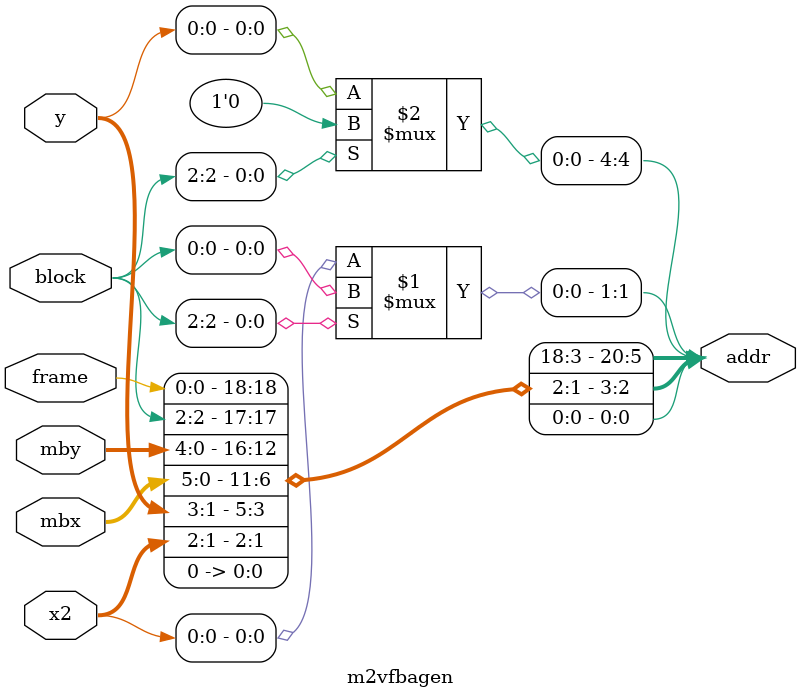
<source format=v>

module m2vfbagen #(
	parameter
	MEM_WIDTH = 21,
	MBX_WIDTH = 6,
	MBY_WIDTH = 5
) (
	input [2:0] block,
	input frame,
	input [(MBX_WIDTH-1):0] mbx,
	input [2:0] x2,
	input [(MBY_WIDTH-1):0] mby,
	input [3:0] y,
	output [(MEM_WIDTH-1):0] addr
);

localparam REQUIRED_WIDTH = MBX_WIDTH + MBY_WIDTH + 10;

assign addr[(REQUIRED_WIDTH-1):0] =
{
	frame,
	block[2],
	mby,
	mbx,
	y[3:1], block[2] ? 1'b0 : y[0],
	x2[2:1], block[2] ? block[0] : x2[0],
	1'b0
};

generate
	if(MEM_WIDTH > REQUIRED_WIDTH)
		assign addr[(MEM_WIDTH-1):REQUIRED_WIDTH] =
			{(MEM_WIDTH-REQUIRED_WIDTH){1'b0}};
endgenerate

endmodule


</source>
